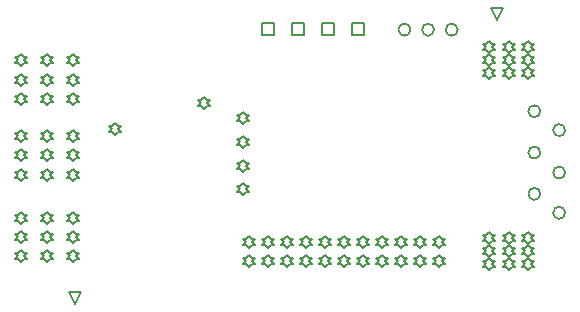
<source format=gbr>
%TF.GenerationSoftware,Altium Limited,Altium Designer,23.6.0 (18)*%
G04 Layer_Color=2752767*
%FSLAX45Y45*%
%MOMM*%
%TF.SameCoordinates,E8FE7F88-156A-4670-BA50-05D3EA163389*%
%TF.FilePolarity,Positive*%
%TF.FileFunction,Drawing*%
%TF.Part,Single*%
G01*
G75*
%TA.AperFunction,NonConductor*%
%ADD42C,0.16933*%
%ADD44C,0.12700*%
D42*
X3630800Y2120000D02*
G03*
X3630800Y2120000I-50800J0D01*
G01*
X3430800D02*
G03*
X3430800Y2120000I-50800J0D01*
G01*
X3830800D02*
G03*
X3830800Y2120000I-50800J0D01*
G01*
X4740800Y570000D02*
G03*
X4740800Y570000I-50800J0D01*
G01*
X4530800Y730000D02*
G03*
X4530800Y730000I-50800J0D01*
G01*
Y1430000D02*
G03*
X4530800Y1430000I-50800J0D01*
G01*
Y1080000D02*
G03*
X4530800Y1080000I-50800J0D01*
G01*
X4740800Y910000D02*
G03*
X4740800Y910000I-50800J0D01*
G01*
Y1270000D02*
G03*
X4740800Y1270000I-50800J0D01*
G01*
D44*
X2177200Y2079200D02*
Y2180800D01*
X2278800D01*
Y2079200D01*
X2177200D01*
X2431200D02*
Y2180800D01*
X2532800D01*
Y2079200D01*
X2431200D01*
X2685200D02*
Y2180800D01*
X2786800D01*
Y2079200D01*
X2685200D01*
X2939200D02*
Y2180800D01*
X3040800D01*
Y2079200D01*
X2939200D01*
X590000Y-200800D02*
X539200Y-99200D01*
X640800D01*
X590000Y-200800D01*
X4160000Y2199200D02*
X4109200Y2300800D01*
X4210800D01*
X4160000Y2199200D01*
X3187002Y269200D02*
X3212402Y294600D01*
X3237802D01*
X3212402Y320000D01*
X3237802Y345400D01*
X3212402D01*
X3187002Y370800D01*
X3161602Y345400D01*
X3136202D01*
X3161602Y320000D01*
X3136202Y294600D01*
X3161602D01*
X3187002Y269200D01*
X3186996Y109200D02*
X3212396Y134600D01*
X3237796D01*
X3212396Y160000D01*
X3237796Y185400D01*
X3212396D01*
X3186996Y210800D01*
X3161596Y185400D01*
X3136196D01*
X3161596Y160000D01*
X3136196Y134600D01*
X3161596D01*
X3186996Y109200D01*
X3347995D02*
X3373395Y134600D01*
X3398795D01*
X3373395Y160000D01*
X3398795Y185400D01*
X3373395D01*
X3347995Y210800D01*
X3322595Y185400D01*
X3297195D01*
X3322595Y160000D01*
X3297195Y134600D01*
X3322595D01*
X3347995Y109200D01*
X3348001Y269200D02*
X3373401Y294600D01*
X3398801D01*
X3373401Y320000D01*
X3398801Y345400D01*
X3373401D01*
X3348001Y370800D01*
X3322601Y345400D01*
X3297201D01*
X3322601Y320000D01*
X3297201Y294600D01*
X3322601D01*
X3348001Y269200D01*
X3508995Y109200D02*
X3534395Y134600D01*
X3559795D01*
X3534395Y160000D01*
X3559795Y185400D01*
X3534395D01*
X3508995Y210800D01*
X3483595Y185400D01*
X3458195D01*
X3483595Y160000D01*
X3458195Y134600D01*
X3483595D01*
X3508995Y109200D01*
X3509001Y269200D02*
X3534401Y294600D01*
X3559801D01*
X3534401Y320000D01*
X3559801Y345400D01*
X3534401D01*
X3509001Y370800D01*
X3483601Y345400D01*
X3458201D01*
X3483601Y320000D01*
X3458201Y294600D01*
X3483601D01*
X3509001Y269200D01*
X3669994Y109200D02*
X3695394Y134600D01*
X3720794D01*
X3695394Y160000D01*
X3720794Y185400D01*
X3695394D01*
X3669994Y210800D01*
X3644594Y185400D01*
X3619194D01*
X3644594Y160000D01*
X3619194Y134600D01*
X3644594D01*
X3669994Y109200D01*
X3670000Y269200D02*
X3695400Y294600D01*
X3720800D01*
X3695400Y320000D01*
X3720800Y345400D01*
X3695400D01*
X3670000Y370800D01*
X3644600Y345400D01*
X3619200D01*
X3644600Y320000D01*
X3619200Y294600D01*
X3644600D01*
X3670000Y269200D01*
X2060006D02*
X2085406Y294600D01*
X2110806D01*
X2085406Y320000D01*
X2110806Y345400D01*
X2085406D01*
X2060006Y370800D01*
X2034606Y345400D01*
X2009206D01*
X2034606Y320000D01*
X2009206Y294600D01*
X2034606D01*
X2060006Y269200D01*
X2060000Y109200D02*
X2085400Y134600D01*
X2110800D01*
X2085400Y160000D01*
X2110800Y185400D01*
X2085400D01*
X2060000Y210800D01*
X2034600Y185400D01*
X2009200D01*
X2034600Y160000D01*
X2009200Y134600D01*
X2034600D01*
X2060000Y109200D01*
X2220999D02*
X2246399Y134600D01*
X2271799D01*
X2246399Y160000D01*
X2271799Y185400D01*
X2246399D01*
X2220999Y210800D01*
X2195599Y185400D01*
X2170199D01*
X2195599Y160000D01*
X2170199Y134600D01*
X2195599D01*
X2220999Y109200D01*
X2221005Y269200D02*
X2246405Y294600D01*
X2271805D01*
X2246405Y320000D01*
X2271805Y345400D01*
X2246405D01*
X2221005Y370800D01*
X2195605Y345400D01*
X2170205D01*
X2195605Y320000D01*
X2170205Y294600D01*
X2195605D01*
X2221005Y269200D01*
X2381999Y109200D02*
X2407399Y134600D01*
X2432799D01*
X2407399Y160000D01*
X2432799Y185400D01*
X2407399D01*
X2381999Y210800D01*
X2356599Y185400D01*
X2331199D01*
X2356599Y160000D01*
X2331199Y134600D01*
X2356599D01*
X2381999Y109200D01*
X2382005Y269200D02*
X2407405Y294600D01*
X2432805D01*
X2407405Y320000D01*
X2432805Y345400D01*
X2407405D01*
X2382005Y370800D01*
X2356605Y345400D01*
X2331205D01*
X2356605Y320000D01*
X2331205Y294600D01*
X2356605D01*
X2382005Y269200D01*
X3026002D02*
X3051402Y294600D01*
X3076802D01*
X3051402Y320000D01*
X3076802Y345400D01*
X3051402D01*
X3026002Y370800D01*
X3000602Y345400D01*
X2975202D01*
X3000602Y320000D01*
X2975202Y294600D01*
X3000602D01*
X3026002Y269200D01*
X3025996Y109200D02*
X3051396Y134600D01*
X3076796D01*
X3051396Y160000D01*
X3076796Y185400D01*
X3051396D01*
X3025996Y210800D01*
X3000596Y185400D01*
X2975196D01*
X3000596Y160000D01*
X2975196Y134600D01*
X3000596D01*
X3025996Y109200D01*
X2865003Y269200D02*
X2890403Y294600D01*
X2915803D01*
X2890403Y320000D01*
X2915803Y345400D01*
X2890403D01*
X2865003Y370800D01*
X2839603Y345400D01*
X2814203D01*
X2839603Y320000D01*
X2814203Y294600D01*
X2839603D01*
X2865003Y269200D01*
X2864997Y109200D02*
X2890397Y134600D01*
X2915797D01*
X2890397Y160000D01*
X2915797Y185400D01*
X2890397D01*
X2864997Y210800D01*
X2839597Y185400D01*
X2814197D01*
X2839597Y160000D01*
X2814197Y134600D01*
X2839597D01*
X2864997Y109200D01*
X2704003Y269200D02*
X2729403Y294600D01*
X2754803D01*
X2729403Y320000D01*
X2754803Y345400D01*
X2729403D01*
X2704003Y370800D01*
X2678603Y345400D01*
X2653203D01*
X2678603Y320000D01*
X2653203Y294600D01*
X2678603D01*
X2704003Y269200D01*
X2703998Y109200D02*
X2729398Y134600D01*
X2754798D01*
X2729398Y160000D01*
X2754798Y185400D01*
X2729398D01*
X2703998Y210800D01*
X2678598Y185400D01*
X2653198D01*
X2678598Y160000D01*
X2653198Y134600D01*
X2678598D01*
X2703998Y109200D01*
X2542998D02*
X2568398Y134600D01*
X2593798D01*
X2568398Y160000D01*
X2593798Y185400D01*
X2568398D01*
X2542998Y210800D01*
X2517598Y185400D01*
X2492198D01*
X2517598Y160000D01*
X2492198Y134600D01*
X2517598D01*
X2542998Y109200D01*
X2543004Y269200D02*
X2568404Y294600D01*
X2593804D01*
X2568404Y320000D01*
X2593804Y345400D01*
X2568404D01*
X2543004Y370800D01*
X2517604Y345400D01*
X2492204D01*
X2517604Y320000D01*
X2492204Y294600D01*
X2517604D01*
X2543004Y269200D01*
X2010000Y1319200D02*
X2035400Y1344600D01*
X2060800D01*
X2035400Y1370000D01*
X2060800Y1395400D01*
X2035400D01*
X2010000Y1420800D01*
X1984600Y1395400D01*
X1959200D01*
X1984600Y1370000D01*
X1959200Y1344600D01*
X1984600D01*
X2010000Y1319200D01*
Y1119200D02*
X2035400Y1144600D01*
X2060800D01*
X2035400Y1170000D01*
X2060800Y1195400D01*
X2035400D01*
X2010000Y1220800D01*
X1984600Y1195400D01*
X1959200D01*
X1984600Y1170000D01*
X1959200Y1144600D01*
X1984600D01*
X2010000Y1119200D01*
Y919200D02*
X2035400Y944600D01*
X2060800D01*
X2035400Y970000D01*
X2060800Y995400D01*
X2035400D01*
X2010000Y1020800D01*
X1984600Y995400D01*
X1959200D01*
X1984600Y970000D01*
X1959200Y944600D01*
X1984600D01*
X2010000Y919200D01*
Y719200D02*
X2035400Y744600D01*
X2060800D01*
X2035400Y770000D01*
X2060800Y795400D01*
X2035400D01*
X2010000Y820800D01*
X1984600Y795400D01*
X1959200D01*
X1984600Y770000D01*
X1959200Y744600D01*
X1984600D01*
X2010000Y719200D01*
X1680000Y1449200D02*
X1705400Y1474600D01*
X1730800D01*
X1705400Y1500000D01*
X1730800Y1525400D01*
X1705400D01*
X1680000Y1550800D01*
X1654600Y1525400D01*
X1629200D01*
X1654600Y1500000D01*
X1629200Y1474600D01*
X1654600D01*
X1680000Y1449200D01*
X930000Y1229200D02*
X955400Y1254600D01*
X980800D01*
X955400Y1280000D01*
X980800Y1305400D01*
X955400D01*
X930000Y1330800D01*
X904600Y1305400D01*
X879200D01*
X904600Y1280000D01*
X879200Y1254600D01*
X904600D01*
X930000Y1229200D01*
X130000Y839200D02*
X155400Y864600D01*
X180800D01*
X155400Y890000D01*
X180800Y915400D01*
X155400D01*
X130000Y940800D01*
X104600Y915400D01*
X79200D01*
X104600Y890000D01*
X79200Y864600D01*
X104600D01*
X130000Y839200D01*
Y1169200D02*
X155400Y1194600D01*
X180800D01*
X155400Y1220000D01*
X180800Y1245400D01*
X155400D01*
X130000Y1270800D01*
X104600Y1245400D01*
X79200D01*
X104600Y1220000D01*
X79200Y1194600D01*
X104600D01*
X130000Y1169200D01*
Y1004200D02*
X155400Y1029600D01*
X180800D01*
X155400Y1055000D01*
X180800Y1080400D01*
X155400D01*
X130000Y1105800D01*
X104600Y1080400D01*
X79200D01*
X104600Y1055000D01*
X79200Y1029600D01*
X104600D01*
X130000Y1004200D01*
Y1479200D02*
X155400Y1504600D01*
X180800D01*
X155400Y1530000D01*
X180800Y1555400D01*
X155400D01*
X130000Y1580800D01*
X104600Y1555400D01*
X79200D01*
X104600Y1530000D01*
X79200Y1504600D01*
X104600D01*
X130000Y1479200D01*
Y1809200D02*
X155400Y1834600D01*
X180800D01*
X155400Y1860000D01*
X180800Y1885400D01*
X155400D01*
X130000Y1910800D01*
X104600Y1885400D01*
X79200D01*
X104600Y1860000D01*
X79200Y1834600D01*
X104600D01*
X130000Y1809200D01*
Y1644200D02*
X155400Y1669600D01*
X180800D01*
X155400Y1695000D01*
X180800Y1720400D01*
X155400D01*
X130000Y1745800D01*
X104600Y1720400D01*
X79200D01*
X104600Y1695000D01*
X79200Y1669600D01*
X104600D01*
X130000Y1644200D01*
X350000Y149200D02*
X375400Y174600D01*
X400800D01*
X375400Y200000D01*
X400800Y225400D01*
X375400D01*
X350000Y250800D01*
X324600Y225400D01*
X299200D01*
X324600Y200000D01*
X299200Y174600D01*
X324600D01*
X350000Y149200D01*
Y479200D02*
X375400Y504600D01*
X400800D01*
X375400Y530000D01*
X400800Y555400D01*
X375400D01*
X350000Y580800D01*
X324600Y555400D01*
X299200D01*
X324600Y530000D01*
X299200Y504600D01*
X324600D01*
X350000Y479200D01*
Y314200D02*
X375400Y339600D01*
X400800D01*
X375400Y365000D01*
X400800Y390400D01*
X375400D01*
X350000Y415800D01*
X324600Y390400D01*
X299200D01*
X324600Y365000D01*
X299200Y339600D01*
X324600D01*
X350000Y314200D01*
Y1004200D02*
X375400Y1029600D01*
X400800D01*
X375400Y1055000D01*
X400800Y1080400D01*
X375400D01*
X350000Y1105800D01*
X324600Y1080400D01*
X299200D01*
X324600Y1055000D01*
X299200Y1029600D01*
X324600D01*
X350000Y1004200D01*
Y1169200D02*
X375400Y1194600D01*
X400800D01*
X375400Y1220000D01*
X400800Y1245400D01*
X375400D01*
X350000Y1270800D01*
X324600Y1245400D01*
X299200D01*
X324600Y1220000D01*
X299200Y1194600D01*
X324600D01*
X350000Y1169200D01*
Y839200D02*
X375400Y864600D01*
X400800D01*
X375400Y890000D01*
X400800Y915400D01*
X375400D01*
X350000Y940800D01*
X324600Y915400D01*
X299200D01*
X324600Y890000D01*
X299200Y864600D01*
X324600D01*
X350000Y839200D01*
Y1479200D02*
X375400Y1504600D01*
X400800D01*
X375400Y1530000D01*
X400800Y1555400D01*
X375400D01*
X350000Y1580800D01*
X324600Y1555400D01*
X299200D01*
X324600Y1530000D01*
X299200Y1504600D01*
X324600D01*
X350000Y1479200D01*
Y1809200D02*
X375400Y1834600D01*
X400800D01*
X375400Y1860000D01*
X400800Y1885400D01*
X375400D01*
X350000Y1910800D01*
X324600Y1885400D01*
X299200D01*
X324600Y1860000D01*
X299200Y1834600D01*
X324600D01*
X350000Y1809200D01*
Y1644200D02*
X375400Y1669600D01*
X400800D01*
X375400Y1695000D01*
X400800Y1720400D01*
X375400D01*
X350000Y1745800D01*
X324600Y1720400D01*
X299200D01*
X324600Y1695000D01*
X299200Y1669600D01*
X324600D01*
X350000Y1644200D01*
X569999Y314200D02*
X595399Y339600D01*
X620799D01*
X595399Y365000D01*
X620799Y390400D01*
X595399D01*
X569999Y415800D01*
X544599Y390400D01*
X519199D01*
X544599Y365000D01*
X519199Y339600D01*
X544599D01*
X569999Y314200D01*
Y479200D02*
X595399Y504600D01*
X620799D01*
X595399Y530000D01*
X620799Y555400D01*
X595399D01*
X569999Y580800D01*
X544599Y555400D01*
X519199D01*
X544599Y530000D01*
X519199Y504600D01*
X544599D01*
X569999Y479200D01*
Y149200D02*
X595399Y174600D01*
X620799D01*
X595399Y200000D01*
X620799Y225400D01*
X595399D01*
X569999Y250800D01*
X544599Y225400D01*
X519199D01*
X544599Y200000D01*
X519199Y174600D01*
X544599D01*
X569999Y149200D01*
Y1004200D02*
X595399Y1029600D01*
X620799D01*
X595399Y1055000D01*
X620799Y1080400D01*
X595399D01*
X569999Y1105800D01*
X544599Y1080400D01*
X519199D01*
X544599Y1055000D01*
X519199Y1029600D01*
X544599D01*
X569999Y1004200D01*
Y1169200D02*
X595399Y1194600D01*
X620799D01*
X595399Y1220000D01*
X620799Y1245400D01*
X595399D01*
X569999Y1270800D01*
X544599Y1245400D01*
X519199D01*
X544599Y1220000D01*
X519199Y1194600D01*
X544599D01*
X569999Y1169200D01*
Y839200D02*
X595399Y864600D01*
X620799D01*
X595399Y890000D01*
X620799Y915400D01*
X595399D01*
X569999Y940800D01*
X544599Y915400D01*
X519199D01*
X544599Y890000D01*
X519199Y864600D01*
X544599D01*
X569999Y839200D01*
Y1479200D02*
X595399Y1504600D01*
X620799D01*
X595399Y1530000D01*
X620799Y1555400D01*
X595399D01*
X569999Y1580800D01*
X544599Y1555400D01*
X519199D01*
X544599Y1530000D01*
X519199Y1504600D01*
X544599D01*
X569999Y1479200D01*
Y1809200D02*
X595399Y1834600D01*
X620799D01*
X595399Y1860000D01*
X620799Y1885400D01*
X595399D01*
X569999Y1910800D01*
X544599Y1885400D01*
X519199D01*
X544599Y1860000D01*
X519199Y1834600D01*
X544599D01*
X569999Y1809200D01*
Y1644200D02*
X595399Y1669600D01*
X620799D01*
X595399Y1695000D01*
X620799Y1720400D01*
X595399D01*
X569999Y1745800D01*
X544599Y1720400D01*
X519199D01*
X544599Y1695000D01*
X519199Y1669600D01*
X544599D01*
X569999Y1644200D01*
X130000Y479200D02*
X155400Y504600D01*
X180800D01*
X155400Y530000D01*
X180800Y555400D01*
X155400D01*
X130000Y580800D01*
X104600Y555400D01*
X79200D01*
X104600Y530000D01*
X79200Y504600D01*
X104600D01*
X130000Y479200D01*
Y314200D02*
X155400Y339600D01*
X180800D01*
X155400Y365000D01*
X180800Y390400D01*
X155400D01*
X130000Y415800D01*
X104600Y390400D01*
X79200D01*
X104600Y365000D01*
X79200Y339600D01*
X104600D01*
X130000Y314200D01*
Y149200D02*
X155400Y174600D01*
X180800D01*
X155400Y200000D01*
X180800Y225400D01*
X155400D01*
X130000Y250800D01*
X104600Y225400D01*
X79200D01*
X104600Y200000D01*
X79200Y174600D01*
X104600D01*
X130000Y149200D01*
X4429999Y309200D02*
X4455399Y334600D01*
X4480799D01*
X4455399Y360000D01*
X4480799Y385400D01*
X4455399D01*
X4429999Y410800D01*
X4404599Y385400D01*
X4379199D01*
X4404599Y360000D01*
X4379199Y334600D01*
X4404599D01*
X4429999Y309200D01*
Y199200D02*
X4455399Y224600D01*
X4480799D01*
X4455399Y250000D01*
X4480799Y275400D01*
X4455399D01*
X4429999Y300800D01*
X4404599Y275400D01*
X4379199D01*
X4404599Y250000D01*
X4379199Y224600D01*
X4404599D01*
X4429999Y199200D01*
Y89200D02*
X4455399Y114600D01*
X4480799D01*
X4455399Y140000D01*
X4480799Y165400D01*
X4455399D01*
X4429999Y190800D01*
X4404599Y165400D01*
X4379199D01*
X4404599Y140000D01*
X4379199Y114600D01*
X4404599D01*
X4429999Y89200D01*
X4265000Y309200D02*
X4290400Y334600D01*
X4315800D01*
X4290400Y360000D01*
X4315800Y385400D01*
X4290400D01*
X4265000Y410800D01*
X4239600Y385400D01*
X4214200D01*
X4239600Y360000D01*
X4214200Y334600D01*
X4239600D01*
X4265000Y309200D01*
Y199200D02*
X4290400Y224600D01*
X4315800D01*
X4290400Y250000D01*
X4315800Y275400D01*
X4290400D01*
X4265000Y300800D01*
X4239600Y275400D01*
X4214200D01*
X4239600Y250000D01*
X4214200Y224600D01*
X4239600D01*
X4265000Y199200D01*
Y89200D02*
X4290400Y114600D01*
X4315800D01*
X4290400Y140000D01*
X4315800Y165400D01*
X4290400D01*
X4265000Y190800D01*
X4239600Y165400D01*
X4214200D01*
X4239600Y140000D01*
X4214200Y114600D01*
X4239600D01*
X4265000Y89200D01*
X4100000D02*
X4125400Y114600D01*
X4150800D01*
X4125400Y140000D01*
X4150800Y165400D01*
X4125400D01*
X4100000Y190800D01*
X4074600Y165400D01*
X4049200D01*
X4074600Y140000D01*
X4049200Y114600D01*
X4074600D01*
X4100000Y89200D01*
Y199200D02*
X4125400Y224600D01*
X4150800D01*
X4125400Y250000D01*
X4150800Y275400D01*
X4125400D01*
X4100000Y300800D01*
X4074600Y275400D01*
X4049200D01*
X4074600Y250000D01*
X4049200Y224600D01*
X4074600D01*
X4100000Y199200D01*
Y309200D02*
X4125400Y334600D01*
X4150800D01*
X4125400Y360000D01*
X4150800Y385400D01*
X4125400D01*
X4100000Y410800D01*
X4074600Y385400D01*
X4049200D01*
X4074600Y360000D01*
X4049200Y334600D01*
X4074600D01*
X4100000Y309200D01*
Y1919200D02*
X4125400Y1944600D01*
X4150800D01*
X4125400Y1970000D01*
X4150800Y1995400D01*
X4125400D01*
X4100000Y2020800D01*
X4074600Y1995400D01*
X4049200D01*
X4074600Y1970000D01*
X4049200Y1944600D01*
X4074600D01*
X4100000Y1919200D01*
Y1809200D02*
X4125400Y1834600D01*
X4150800D01*
X4125400Y1860000D01*
X4150800Y1885400D01*
X4125400D01*
X4100000Y1910800D01*
X4074600Y1885400D01*
X4049200D01*
X4074600Y1860000D01*
X4049200Y1834600D01*
X4074600D01*
X4100000Y1809200D01*
Y1699200D02*
X4125400Y1724600D01*
X4150800D01*
X4125400Y1750000D01*
X4150800Y1775400D01*
X4125400D01*
X4100000Y1800800D01*
X4074600Y1775400D01*
X4049200D01*
X4074600Y1750000D01*
X4049200Y1724600D01*
X4074600D01*
X4100000Y1699200D01*
X4265000D02*
X4290400Y1724600D01*
X4315800D01*
X4290400Y1750000D01*
X4315800Y1775400D01*
X4290400D01*
X4265000Y1800800D01*
X4239600Y1775400D01*
X4214200D01*
X4239600Y1750000D01*
X4214200Y1724600D01*
X4239600D01*
X4265000Y1699200D01*
Y1809200D02*
X4290400Y1834600D01*
X4315800D01*
X4290400Y1860000D01*
X4315800Y1885400D01*
X4290400D01*
X4265000Y1910800D01*
X4239600Y1885400D01*
X4214200D01*
X4239600Y1860000D01*
X4214200Y1834600D01*
X4239600D01*
X4265000Y1809200D01*
Y1919200D02*
X4290400Y1944600D01*
X4315800D01*
X4290400Y1970000D01*
X4315800Y1995400D01*
X4290400D01*
X4265000Y2020800D01*
X4239600Y1995400D01*
X4214200D01*
X4239600Y1970000D01*
X4214200Y1944600D01*
X4239600D01*
X4265000Y1919200D01*
X4429999Y1699200D02*
X4455399Y1724600D01*
X4480799D01*
X4455399Y1750000D01*
X4480799Y1775400D01*
X4455399D01*
X4429999Y1800800D01*
X4404599Y1775400D01*
X4379199D01*
X4404599Y1750000D01*
X4379199Y1724600D01*
X4404599D01*
X4429999Y1699200D01*
Y1809200D02*
X4455399Y1834600D01*
X4480799D01*
X4455399Y1860000D01*
X4480799Y1885400D01*
X4455399D01*
X4429999Y1910800D01*
X4404599Y1885400D01*
X4379199D01*
X4404599Y1860000D01*
X4379199Y1834600D01*
X4404599D01*
X4429999Y1809200D01*
Y1919200D02*
X4455399Y1944600D01*
X4480799D01*
X4455399Y1970000D01*
X4480799Y1995400D01*
X4455399D01*
X4429999Y2020800D01*
X4404599Y1995400D01*
X4379199D01*
X4404599Y1970000D01*
X4379199Y1944600D01*
X4404599D01*
X4429999Y1919200D01*
%TF.MD5,6bda73156683a73dfbe320f771c35e40*%
M02*

</source>
